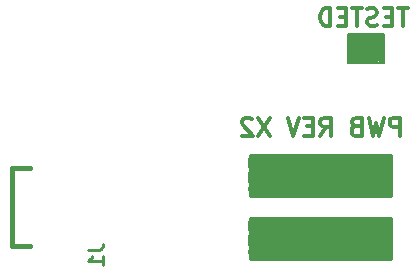
<source format=gbo>
G04 #@! TF.FileFunction,Legend,Bot*
%FSLAX46Y46*%
G04 Gerber Fmt 4.6, Leading zero omitted, Abs format (unit mm)*
G04 Created by KiCad (PCBNEW (after 2015-mar-04 BZR unknown)-product) date 4/21/2015 4:00:12 PM*
%MOMM*%
G01*
G04 APERTURE LIST*
%ADD10C,0.150000*%
%ADD11C,0.300000*%
%ADD12C,0.200000*%
%ADD13C,0.381000*%
%ADD14C,0.635000*%
%ADD15C,0.254000*%
G04 APERTURE END LIST*
D10*
D11*
X170269428Y-80306571D02*
X169412285Y-80306571D01*
X169840856Y-81806571D02*
X169840856Y-80306571D01*
X168912285Y-81020857D02*
X168412285Y-81020857D01*
X168197999Y-81806571D02*
X168912285Y-81806571D01*
X168912285Y-80306571D01*
X168197999Y-80306571D01*
X167626571Y-81735143D02*
X167412285Y-81806571D01*
X167055142Y-81806571D01*
X166912285Y-81735143D01*
X166840856Y-81663714D01*
X166769428Y-81520857D01*
X166769428Y-81378000D01*
X166840856Y-81235143D01*
X166912285Y-81163714D01*
X167055142Y-81092286D01*
X167340856Y-81020857D01*
X167483714Y-80949429D01*
X167555142Y-80878000D01*
X167626571Y-80735143D01*
X167626571Y-80592286D01*
X167555142Y-80449429D01*
X167483714Y-80378000D01*
X167340856Y-80306571D01*
X166983714Y-80306571D01*
X166769428Y-80378000D01*
X166340857Y-80306571D02*
X165483714Y-80306571D01*
X165912285Y-81806571D02*
X165912285Y-80306571D01*
X164983714Y-81020857D02*
X164483714Y-81020857D01*
X164269428Y-81806571D02*
X164983714Y-81806571D01*
X164983714Y-80306571D01*
X164269428Y-80306571D01*
X163626571Y-81806571D02*
X163626571Y-80306571D01*
X163269428Y-80306571D01*
X163055143Y-80378000D01*
X162912285Y-80520857D01*
X162840857Y-80663714D01*
X162769428Y-80949429D01*
X162769428Y-81163714D01*
X162840857Y-81449429D01*
X162912285Y-81592286D01*
X163055143Y-81735143D01*
X163269428Y-81806571D01*
X163626571Y-81806571D01*
D12*
X168099000Y-82652000D02*
X167972000Y-82779000D01*
X168099000Y-84811000D02*
X168099000Y-82652000D01*
X167972000Y-84811000D02*
X168099000Y-84811000D01*
X167972000Y-82525000D02*
X167972000Y-84811000D01*
X167718000Y-82525000D02*
X167972000Y-82525000D01*
X167718000Y-84684000D02*
X167718000Y-82525000D01*
X167845000Y-84811000D02*
X167718000Y-84684000D01*
X167845000Y-82525000D02*
X167845000Y-84811000D01*
X167591000Y-82525000D02*
X167845000Y-82525000D01*
X167591000Y-84811000D02*
X167591000Y-82525000D01*
X167464000Y-84938000D02*
X167591000Y-84811000D01*
X167464000Y-82652000D02*
X167464000Y-84938000D01*
X167337000Y-82525000D02*
X167464000Y-82652000D01*
X167337000Y-84811000D02*
X167337000Y-82525000D01*
X167210000Y-84811000D02*
X167337000Y-84811000D01*
X167210000Y-82525000D02*
X167210000Y-84811000D01*
X167083000Y-82525000D02*
X167210000Y-82525000D01*
X167083000Y-84811000D02*
X167083000Y-82525000D01*
X166956000Y-84811000D02*
X167083000Y-84811000D01*
X166956000Y-82525000D02*
X166956000Y-84811000D01*
X166829000Y-82525000D02*
X166956000Y-82525000D01*
X167083000Y-82525000D02*
X166829000Y-82525000D01*
X166829000Y-82525000D02*
X167083000Y-82525000D01*
X166829000Y-84811000D02*
X166829000Y-82525000D01*
X166702000Y-84811000D02*
X166829000Y-84811000D01*
X166702000Y-82525000D02*
X166702000Y-84811000D01*
X166575000Y-82525000D02*
X166702000Y-82525000D01*
X166575000Y-84811000D02*
X166575000Y-82525000D01*
X166448000Y-84938000D02*
X166575000Y-84811000D01*
X166448000Y-82525000D02*
X166448000Y-84938000D01*
X166321000Y-82525000D02*
X166448000Y-82525000D01*
X166321000Y-84811000D02*
X166321000Y-82525000D01*
X166194000Y-84811000D02*
X166321000Y-84811000D01*
X166194000Y-82525000D02*
X166194000Y-84811000D01*
X166067000Y-82525000D02*
X166194000Y-82525000D01*
X166067000Y-84938000D02*
X166067000Y-82525000D01*
X166067000Y-82525000D02*
X166067000Y-84938000D01*
X165940000Y-82525000D02*
X166067000Y-82525000D01*
X165940000Y-84811000D02*
X165940000Y-82525000D01*
X166067000Y-84811000D02*
X165940000Y-84811000D01*
X165813000Y-84811000D02*
X166067000Y-84811000D01*
X165813000Y-82525000D02*
X165813000Y-84811000D01*
X165686000Y-82525000D02*
X165813000Y-82525000D01*
X165686000Y-84938000D02*
X165686000Y-82525000D01*
X165559000Y-84811000D02*
X165686000Y-84938000D01*
X165559000Y-82525000D02*
X165559000Y-84811000D01*
X165432000Y-82525000D02*
X165559000Y-82525000D01*
X165432000Y-84811000D02*
X165432000Y-82525000D01*
X165305000Y-84938000D02*
X165432000Y-84811000D01*
X165305000Y-82525000D02*
X165305000Y-84938000D01*
X165178000Y-82525000D02*
X165305000Y-82525000D01*
X165178000Y-84938000D02*
X165178000Y-82525000D01*
X165432000Y-84938000D02*
X165178000Y-84938000D01*
X165178000Y-84938000D02*
X165432000Y-84938000D01*
X165178000Y-84684000D02*
X165178000Y-84938000D01*
X165432000Y-84938000D02*
X165178000Y-84684000D01*
X168226000Y-84938000D02*
X165432000Y-84938000D01*
X168226000Y-82525000D02*
X168226000Y-84938000D01*
X165178000Y-82525000D02*
X168226000Y-82525000D01*
D11*
X169534856Y-91077571D02*
X169534856Y-89577571D01*
X168963428Y-89577571D01*
X168820570Y-89649000D01*
X168749142Y-89720429D01*
X168677713Y-89863286D01*
X168677713Y-90077571D01*
X168749142Y-90220429D01*
X168820570Y-90291857D01*
X168963428Y-90363286D01*
X169534856Y-90363286D01*
X168177713Y-89577571D02*
X167820570Y-91077571D01*
X167534856Y-90006143D01*
X167249142Y-91077571D01*
X166891999Y-89577571D01*
X165820570Y-90291857D02*
X165606284Y-90363286D01*
X165534856Y-90434714D01*
X165463427Y-90577571D01*
X165463427Y-90791857D01*
X165534856Y-90934714D01*
X165606284Y-91006143D01*
X165749142Y-91077571D01*
X166320570Y-91077571D01*
X166320570Y-89577571D01*
X165820570Y-89577571D01*
X165677713Y-89649000D01*
X165606284Y-89720429D01*
X165534856Y-89863286D01*
X165534856Y-90006143D01*
X165606284Y-90149000D01*
X165677713Y-90220429D01*
X165820570Y-90291857D01*
X166320570Y-90291857D01*
X162820570Y-91077571D02*
X163320570Y-90363286D01*
X163677713Y-91077571D02*
X163677713Y-89577571D01*
X163106285Y-89577571D01*
X162963427Y-89649000D01*
X162891999Y-89720429D01*
X162820570Y-89863286D01*
X162820570Y-90077571D01*
X162891999Y-90220429D01*
X162963427Y-90291857D01*
X163106285Y-90363286D01*
X163677713Y-90363286D01*
X162177713Y-90291857D02*
X161677713Y-90291857D01*
X161463427Y-91077571D02*
X162177713Y-91077571D01*
X162177713Y-89577571D01*
X161463427Y-89577571D01*
X161034856Y-89577571D02*
X160534856Y-91077571D01*
X160034856Y-89577571D01*
X158534856Y-89577571D02*
X157534856Y-91077571D01*
X157534856Y-89577571D02*
X158534856Y-91077571D01*
X157034857Y-89720429D02*
X156963428Y-89649000D01*
X156820571Y-89577571D01*
X156463428Y-89577571D01*
X156320571Y-89649000D01*
X156249142Y-89720429D01*
X156177714Y-89863286D01*
X156177714Y-90006143D01*
X156249142Y-90220429D01*
X157106285Y-91077571D01*
X156177714Y-91077571D01*
D13*
X136730000Y-100429460D02*
X138231140Y-100429460D01*
X136730000Y-93830540D02*
X138231140Y-93830540D01*
X136730000Y-100429460D02*
X136730000Y-93830540D01*
D14*
X157050000Y-100940000D02*
X168480000Y-100940000D01*
X168480000Y-100940000D02*
X168480000Y-100305000D01*
X168480000Y-100305000D02*
X157050000Y-100305000D01*
X157050000Y-100305000D02*
X157050000Y-99670000D01*
X157050000Y-99670000D02*
X168607000Y-99670000D01*
X168607000Y-99670000D02*
X168607000Y-99035000D01*
X168607000Y-99035000D02*
X157050000Y-99035000D01*
X157050000Y-99035000D02*
X157050000Y-98527000D01*
X157050000Y-98527000D02*
X168480000Y-98527000D01*
D13*
X168734000Y-101448000D02*
X156923000Y-101448000D01*
X156923000Y-101448000D02*
X156923000Y-98146000D01*
X156923000Y-98146000D02*
X168734000Y-98146000D01*
X168734000Y-98146000D02*
X168734000Y-101448000D01*
D14*
X157050000Y-95606000D02*
X168480000Y-95606000D01*
X168480000Y-95606000D02*
X168480000Y-94971000D01*
X168480000Y-94971000D02*
X157050000Y-94971000D01*
X157050000Y-94971000D02*
X157050000Y-94336000D01*
X157050000Y-94336000D02*
X168607000Y-94336000D01*
X168607000Y-94336000D02*
X168607000Y-93701000D01*
X168607000Y-93701000D02*
X157050000Y-93701000D01*
X157050000Y-93701000D02*
X157050000Y-93193000D01*
X157050000Y-93193000D02*
X168480000Y-93193000D01*
D13*
X168734000Y-96114000D02*
X156923000Y-96114000D01*
X156923000Y-96114000D02*
X156923000Y-92812000D01*
X156923000Y-92812000D02*
X168734000Y-92812000D01*
X168734000Y-92812000D02*
X168734000Y-96114000D01*
D15*
X143146524Y-100770667D02*
X144053667Y-100770667D01*
X144235095Y-100710191D01*
X144356048Y-100589239D01*
X144416524Y-100407810D01*
X144416524Y-100286858D01*
X144416524Y-102040667D02*
X144416524Y-101314953D01*
X144416524Y-101677810D02*
X143146524Y-101677810D01*
X143327952Y-101556858D01*
X143448905Y-101435905D01*
X143509381Y-101314953D01*
M02*

</source>
